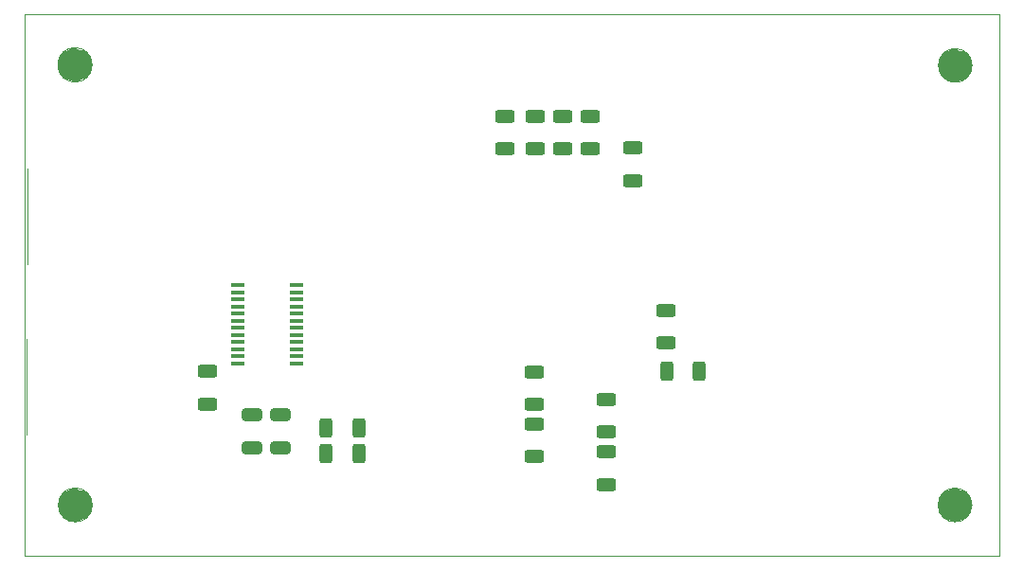
<source format=gbr>
%TF.GenerationSoftware,KiCad,Pcbnew,7.0.6*%
%TF.CreationDate,2023-09-03T13:44:33+00:00*%
%TF.ProjectId,SI4735,53493437-3335-42e6-9b69-6361645f7063,rev?*%
%TF.SameCoordinates,Original*%
%TF.FileFunction,Paste,Bot*%
%TF.FilePolarity,Positive*%
%FSLAX45Y45*%
G04 Gerber Fmt 4.5, Leading zero omitted, Abs format (unit mm)*
G04 Created by KiCad (PCBNEW 7.0.6) date 2023-09-03 13:44:33*
%MOMM*%
%LPD*%
G01*
G04 APERTURE LIST*
G04 Aperture macros list*
%AMRoundRect*
0 Rectangle with rounded corners*
0 $1 Rounding radius*
0 $2 $3 $4 $5 $6 $7 $8 $9 X,Y pos of 4 corners*
0 Add a 4 corners polygon primitive as box body*
4,1,4,$2,$3,$4,$5,$6,$7,$8,$9,$2,$3,0*
0 Add four circle primitives for the rounded corners*
1,1,$1+$1,$2,$3*
1,1,$1+$1,$4,$5*
1,1,$1+$1,$6,$7*
1,1,$1+$1,$8,$9*
0 Add four rect primitives between the rounded corners*
20,1,$1+$1,$2,$3,$4,$5,0*
20,1,$1+$1,$4,$5,$6,$7,0*
20,1,$1+$1,$6,$7,$8,$9,0*
20,1,$1+$1,$8,$9,$2,$3,0*%
G04 Aperture macros list end*
%ADD10RoundRect,0.250000X-0.650000X0.325000X-0.650000X-0.325000X0.650000X-0.325000X0.650000X0.325000X0*%
%ADD11RoundRect,0.250000X0.312500X0.625000X-0.312500X0.625000X-0.312500X-0.625000X0.312500X-0.625000X0*%
%ADD12R,1.200000X0.400000*%
%ADD13RoundRect,0.250000X0.625000X-0.312500X0.625000X0.312500X-0.625000X0.312500X-0.625000X-0.312500X0*%
%ADD14RoundRect,0.250000X-0.625000X0.312500X-0.625000X-0.312500X0.625000X-0.312500X0.625000X0.312500X0*%
%ADD15RoundRect,0.250000X-0.312500X-0.625000X0.312500X-0.625000X0.312500X0.625000X-0.312500X0.625000X0*%
%TA.AperFunction,Profile*%
%ADD16C,0.050000*%
%TD*%
%TA.AperFunction,Profile*%
%ADD17C,1.535132*%
%TD*%
%TA.AperFunction,Profile*%
%ADD18C,1.516643*%
%TD*%
%TA.AperFunction,Profile*%
%ADD19C,0.100000*%
%TD*%
G04 APERTURE END LIST*
D10*
%TO.C,C23*%
X14785000Y-11085000D03*
X14785000Y-11380000D03*
%TD*%
%TO.C,C24*%
X14531000Y-11085000D03*
X14531000Y-11380000D03*
%TD*%
D11*
%TO.C,R19*%
X15484000Y-11204500D03*
X15191500Y-11204500D03*
%TD*%
%TO.C,R21*%
X15484000Y-11429500D03*
X15191500Y-11429500D03*
%TD*%
D12*
%TO.C,U6*%
X14404000Y-10623250D03*
X14404000Y-10559750D03*
X14404000Y-10496250D03*
X14404000Y-10432750D03*
X14404000Y-10369250D03*
X14404000Y-10305750D03*
X14404000Y-10242250D03*
X14404000Y-10178750D03*
X14404000Y-10115250D03*
X14404000Y-10051750D03*
X14404000Y-9988250D03*
X14404000Y-9924750D03*
X14924000Y-9924750D03*
X14924000Y-9988250D03*
X14924000Y-10051750D03*
X14924000Y-10115250D03*
X14924000Y-10178750D03*
X14924000Y-10242250D03*
X14924000Y-10305750D03*
X14924000Y-10369250D03*
X14924000Y-10432750D03*
X14924000Y-10496250D03*
X14924000Y-10559750D03*
X14924000Y-10623250D03*
%TD*%
D13*
%TO.C,R10*%
X17309000Y-8705250D03*
X17309000Y-8412750D03*
%TD*%
D14*
%TO.C,R17*%
X14134000Y-10694500D03*
X14134000Y-10987000D03*
%TD*%
D15*
%TO.C,R15*%
X18233250Y-10688750D03*
X18525750Y-10688750D03*
%TD*%
D13*
%TO.C,R22*%
X17695000Y-11706000D03*
X17695000Y-11413500D03*
%TD*%
D14*
%TO.C,R13*%
X17933000Y-8697000D03*
X17933000Y-8989500D03*
%TD*%
%TO.C,R18*%
X17693000Y-10942750D03*
X17693000Y-11235250D03*
%TD*%
D13*
%TO.C,R12*%
X16789000Y-8705250D03*
X16789000Y-8412750D03*
%TD*%
D14*
%TO.C,R20*%
X17053000Y-11164250D03*
X17053000Y-11456750D03*
%TD*%
D13*
%TO.C,R11*%
X17059000Y-8704000D03*
X17059000Y-8411500D03*
%TD*%
D14*
%TO.C,R14*%
X18224000Y-10146750D03*
X18224000Y-10439250D03*
%TD*%
D13*
%TO.C,R9*%
X17551500Y-8706500D03*
X17551500Y-8414000D03*
%TD*%
%TO.C,R16*%
X17054000Y-10992750D03*
X17054000Y-10700250D03*
%TD*%
D16*
X13100268Y-7953000D02*
G75*
G03*
X13100268Y-7953000I-153912J0D01*
G01*
D17*
X13023113Y-7953000D02*
G75*
G03*
X13023113Y-7953000I-76757J0D01*
G01*
D16*
X20965013Y-7959000D02*
G75*
G03*
X20965013Y-7959000I-151013J0D01*
G01*
D18*
X20889832Y-7959000D02*
G75*
G03*
X20889832Y-7959000I-75832J0D01*
G01*
D17*
X13025757Y-11889000D02*
G75*
G03*
X13025757Y-11889000I-76757J0D01*
G01*
D16*
X20962513Y-11889000D02*
G75*
G03*
X20962513Y-11889000I-151013J0D01*
G01*
X13101069Y-11889000D02*
G75*
G03*
X13101069Y-11889000I-152069J0D01*
G01*
D17*
X20891757Y-11887000D02*
G75*
G03*
X20891757Y-11887000I-76757J0D01*
G01*
D16*
X12496500Y-7499000D02*
X21209000Y-7499000D01*
X21209000Y-12346500D01*
X12496500Y-12346500D01*
X12496500Y-7499000D01*
D19*
%TO.C,J3*%
X12517998Y-8878002D02*
X12517998Y-9738002D01*
%TO.C,J5*%
X12515500Y-10400500D02*
X12515500Y-11260500D01*
%TD*%
M02*

</source>
